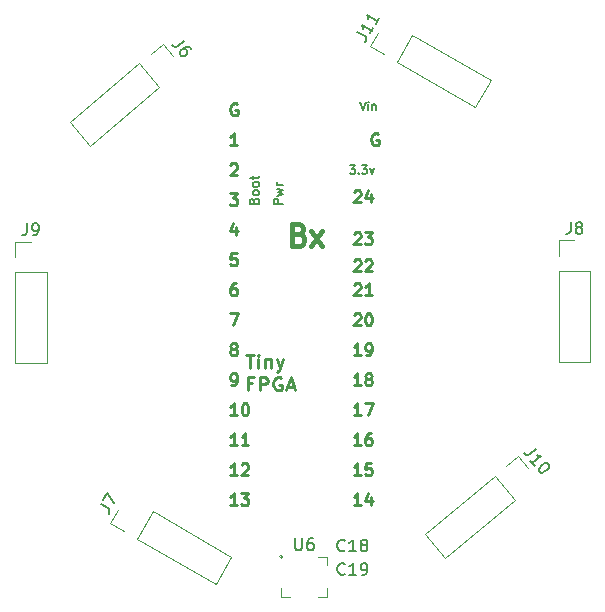
<source format=gbr>
G04 #@! TF.GenerationSoftware,KiCad,Pcbnew,5.1.0-060a0da~80~ubuntu18.04.1*
G04 #@! TF.CreationDate,2019-05-28T03:43:47+02:00*
G04 #@! TF.ProjectId,TinyFPGA-BX,54696e79-4650-4474-912d-42582e6b6963,rev?*
G04 #@! TF.SameCoordinates,Original*
G04 #@! TF.FileFunction,Legend,Top*
G04 #@! TF.FilePolarity,Positive*
%FSLAX46Y46*%
G04 Gerber Fmt 4.6, Leading zero omitted, Abs format (unit mm)*
G04 Created by KiCad (PCBNEW 5.1.0-060a0da~80~ubuntu18.04.1) date 2019-05-28 03:43:47*
%MOMM*%
%LPD*%
G04 APERTURE LIST*
%ADD10C,0.200000*%
%ADD11C,0.250000*%
%ADD12C,0.275000*%
%ADD13C,0.450000*%
%ADD14C,0.175000*%
%ADD15C,0.120000*%
%ADD16C,0.150000*%
G04 APERTURE END LIST*
D10*
X149586904Y-105788023D02*
X148786904Y-105788023D01*
X148786904Y-105483261D01*
X148825000Y-105407071D01*
X148863095Y-105368976D01*
X148939285Y-105330880D01*
X149053571Y-105330880D01*
X149129761Y-105368976D01*
X149167857Y-105407071D01*
X149205952Y-105483261D01*
X149205952Y-105788023D01*
X149053571Y-105064214D02*
X149586904Y-104911833D01*
X149205952Y-104759452D01*
X149586904Y-104607071D01*
X149053571Y-104454690D01*
X149586904Y-104149928D02*
X149053571Y-104149928D01*
X149205952Y-104149928D02*
X149129761Y-104111833D01*
X149091666Y-104073738D01*
X149053571Y-103997547D01*
X149053571Y-103921357D01*
X147135857Y-105521357D02*
X147173952Y-105407071D01*
X147212047Y-105368976D01*
X147288238Y-105330880D01*
X147402523Y-105330880D01*
X147478714Y-105368976D01*
X147516809Y-105407071D01*
X147554904Y-105483261D01*
X147554904Y-105788023D01*
X146754904Y-105788023D01*
X146754904Y-105521357D01*
X146793000Y-105445166D01*
X146831095Y-105407071D01*
X146907285Y-105368976D01*
X146983476Y-105368976D01*
X147059666Y-105407071D01*
X147097761Y-105445166D01*
X147135857Y-105521357D01*
X147135857Y-105788023D01*
X147554904Y-104873738D02*
X147516809Y-104949928D01*
X147478714Y-104988023D01*
X147402523Y-105026119D01*
X147173952Y-105026119D01*
X147097761Y-104988023D01*
X147059666Y-104949928D01*
X147021571Y-104873738D01*
X147021571Y-104759452D01*
X147059666Y-104683261D01*
X147097761Y-104645166D01*
X147173952Y-104607071D01*
X147402523Y-104607071D01*
X147478714Y-104645166D01*
X147516809Y-104683261D01*
X147554904Y-104759452D01*
X147554904Y-104873738D01*
X147554904Y-104149928D02*
X147516809Y-104226119D01*
X147478714Y-104264214D01*
X147402523Y-104302309D01*
X147173952Y-104302309D01*
X147097761Y-104264214D01*
X147059666Y-104226119D01*
X147021571Y-104149928D01*
X147021571Y-104035642D01*
X147059666Y-103959452D01*
X147097761Y-103921357D01*
X147173952Y-103883261D01*
X147402523Y-103883261D01*
X147478714Y-103921357D01*
X147516809Y-103959452D01*
X147554904Y-104035642D01*
X147554904Y-104149928D01*
X147021571Y-103654690D02*
X147021571Y-103349928D01*
X146754904Y-103540404D02*
X147440619Y-103540404D01*
X147516809Y-103502309D01*
X147554904Y-103426119D01*
X147554904Y-103349928D01*
D11*
X157642404Y-99830000D02*
X157547166Y-99782380D01*
X157404309Y-99782380D01*
X157261452Y-99830000D01*
X157166214Y-99925238D01*
X157118595Y-100020476D01*
X157070976Y-100210952D01*
X157070976Y-100353809D01*
X157118595Y-100544285D01*
X157166214Y-100639523D01*
X157261452Y-100734761D01*
X157404309Y-100782380D01*
X157499547Y-100782380D01*
X157642404Y-100734761D01*
X157690023Y-100687142D01*
X157690023Y-100353809D01*
X157499547Y-100353809D01*
D12*
X146419235Y-118500919D02*
X147104950Y-118500919D01*
X146762092Y-119600919D02*
X146762092Y-118500919D01*
X147504950Y-119600919D02*
X147504950Y-118867585D01*
X147504950Y-118500919D02*
X147447807Y-118553300D01*
X147504950Y-118605680D01*
X147562092Y-118553300D01*
X147504950Y-118500919D01*
X147504950Y-118605680D01*
X148076378Y-118867585D02*
X148076378Y-119600919D01*
X148076378Y-118972347D02*
X148133521Y-118919966D01*
X148247807Y-118867585D01*
X148419235Y-118867585D01*
X148533521Y-118919966D01*
X148590664Y-119024728D01*
X148590664Y-119600919D01*
X149047807Y-118867585D02*
X149333521Y-119600919D01*
X149619235Y-118867585D02*
X149333521Y-119600919D01*
X149219235Y-119862823D01*
X149162092Y-119915204D01*
X149047807Y-119967585D01*
X146990664Y-120949728D02*
X146590664Y-120949728D01*
X146590664Y-121525919D02*
X146590664Y-120425919D01*
X147162092Y-120425919D01*
X147619235Y-121525919D02*
X147619235Y-120425919D01*
X148076378Y-120425919D01*
X148190664Y-120478300D01*
X148247807Y-120530680D01*
X148304950Y-120635442D01*
X148304950Y-120792585D01*
X148247807Y-120897347D01*
X148190664Y-120949728D01*
X148076378Y-121002109D01*
X147619235Y-121002109D01*
X149447807Y-120478300D02*
X149333521Y-120425919D01*
X149162092Y-120425919D01*
X148990664Y-120478300D01*
X148876378Y-120583061D01*
X148819235Y-120687823D01*
X148762092Y-120897347D01*
X148762092Y-121054490D01*
X148819235Y-121264014D01*
X148876378Y-121368776D01*
X148990664Y-121473538D01*
X149162092Y-121525919D01*
X149276378Y-121525919D01*
X149447807Y-121473538D01*
X149504950Y-121421157D01*
X149504950Y-121054490D01*
X149276378Y-121054490D01*
X149962092Y-121211633D02*
X150533521Y-121211633D01*
X149847807Y-121525919D02*
X150247807Y-120425919D01*
X150647807Y-121525919D01*
D13*
X150927071Y-108329428D02*
X151184214Y-108415142D01*
X151269928Y-108500857D01*
X151355642Y-108672285D01*
X151355642Y-108929428D01*
X151269928Y-109100857D01*
X151184214Y-109186571D01*
X151012785Y-109272285D01*
X150327071Y-109272285D01*
X150327071Y-107472285D01*
X150927071Y-107472285D01*
X151098500Y-107558000D01*
X151184214Y-107643714D01*
X151269928Y-107815142D01*
X151269928Y-107986571D01*
X151184214Y-108158000D01*
X151098500Y-108243714D01*
X150927071Y-108329428D01*
X150327071Y-108329428D01*
X151955642Y-109272285D02*
X152898500Y-108072285D01*
X151955642Y-108072285D02*
X152898500Y-109272285D01*
D14*
X156116250Y-97080666D02*
X156349583Y-97780666D01*
X156582916Y-97080666D01*
X156816250Y-97780666D02*
X156816250Y-97314000D01*
X156816250Y-97080666D02*
X156782916Y-97114000D01*
X156816250Y-97147333D01*
X156849583Y-97114000D01*
X156816250Y-97080666D01*
X156816250Y-97147333D01*
X157149583Y-97314000D02*
X157149583Y-97780666D01*
X157149583Y-97380666D02*
X157182916Y-97347333D01*
X157249583Y-97314000D01*
X157349583Y-97314000D01*
X157416250Y-97347333D01*
X157449583Y-97414000D01*
X157449583Y-97780666D01*
X155266250Y-102486666D02*
X155699583Y-102486666D01*
X155466250Y-102753333D01*
X155566250Y-102753333D01*
X155632916Y-102786666D01*
X155666250Y-102820000D01*
X155699583Y-102886666D01*
X155699583Y-103053333D01*
X155666250Y-103120000D01*
X155632916Y-103153333D01*
X155566250Y-103186666D01*
X155366250Y-103186666D01*
X155299583Y-103153333D01*
X155266250Y-103120000D01*
X155999583Y-103120000D02*
X156032916Y-103153333D01*
X155999583Y-103186666D01*
X155966250Y-103153333D01*
X155999583Y-103120000D01*
X155999583Y-103186666D01*
X156266250Y-102486666D02*
X156699583Y-102486666D01*
X156466250Y-102753333D01*
X156566250Y-102753333D01*
X156632916Y-102786666D01*
X156666250Y-102820000D01*
X156699583Y-102886666D01*
X156699583Y-103053333D01*
X156666250Y-103120000D01*
X156632916Y-103153333D01*
X156566250Y-103186666D01*
X156366250Y-103186666D01*
X156299583Y-103153333D01*
X156266250Y-103120000D01*
X156932916Y-102720000D02*
X157099583Y-103186666D01*
X157266250Y-102720000D01*
D11*
X155603214Y-104703619D02*
X155650833Y-104656000D01*
X155746071Y-104608380D01*
X155984166Y-104608380D01*
X156079404Y-104656000D01*
X156127023Y-104703619D01*
X156174642Y-104798857D01*
X156174642Y-104894095D01*
X156127023Y-105036952D01*
X155555595Y-105608380D01*
X156174642Y-105608380D01*
X157031785Y-104941714D02*
X157031785Y-105608380D01*
X156793690Y-104560761D02*
X156555595Y-105275047D01*
X157174642Y-105275047D01*
X155603214Y-108259619D02*
X155650833Y-108212000D01*
X155746071Y-108164380D01*
X155984166Y-108164380D01*
X156079404Y-108212000D01*
X156127023Y-108259619D01*
X156174642Y-108354857D01*
X156174642Y-108450095D01*
X156127023Y-108592952D01*
X155555595Y-109164380D01*
X156174642Y-109164380D01*
X156507976Y-108164380D02*
X157127023Y-108164380D01*
X156793690Y-108545333D01*
X156936547Y-108545333D01*
X157031785Y-108592952D01*
X157079404Y-108640571D01*
X157127023Y-108735809D01*
X157127023Y-108973904D01*
X157079404Y-109069142D01*
X157031785Y-109116761D01*
X156936547Y-109164380D01*
X156650833Y-109164380D01*
X156555595Y-109116761D01*
X156507976Y-109069142D01*
X155603214Y-110545619D02*
X155650833Y-110498000D01*
X155746071Y-110450380D01*
X155984166Y-110450380D01*
X156079404Y-110498000D01*
X156127023Y-110545619D01*
X156174642Y-110640857D01*
X156174642Y-110736095D01*
X156127023Y-110878952D01*
X155555595Y-111450380D01*
X156174642Y-111450380D01*
X156555595Y-110545619D02*
X156603214Y-110498000D01*
X156698452Y-110450380D01*
X156936547Y-110450380D01*
X157031785Y-110498000D01*
X157079404Y-110545619D01*
X157127023Y-110640857D01*
X157127023Y-110736095D01*
X157079404Y-110878952D01*
X156507976Y-111450380D01*
X157127023Y-111450380D01*
X155603214Y-112577619D02*
X155650833Y-112530000D01*
X155746071Y-112482380D01*
X155984166Y-112482380D01*
X156079404Y-112530000D01*
X156127023Y-112577619D01*
X156174642Y-112672857D01*
X156174642Y-112768095D01*
X156127023Y-112910952D01*
X155555595Y-113482380D01*
X156174642Y-113482380D01*
X157127023Y-113482380D02*
X156555595Y-113482380D01*
X156841309Y-113482380D02*
X156841309Y-112482380D01*
X156746071Y-112625238D01*
X156650833Y-112720476D01*
X156555595Y-112768095D01*
X155603214Y-115117619D02*
X155650833Y-115070000D01*
X155746071Y-115022380D01*
X155984166Y-115022380D01*
X156079404Y-115070000D01*
X156127023Y-115117619D01*
X156174642Y-115212857D01*
X156174642Y-115308095D01*
X156127023Y-115450952D01*
X155555595Y-116022380D01*
X156174642Y-116022380D01*
X156793690Y-115022380D02*
X156888928Y-115022380D01*
X156984166Y-115070000D01*
X157031785Y-115117619D01*
X157079404Y-115212857D01*
X157127023Y-115403333D01*
X157127023Y-115641428D01*
X157079404Y-115831904D01*
X157031785Y-115927142D01*
X156984166Y-115974761D01*
X156888928Y-116022380D01*
X156793690Y-116022380D01*
X156698452Y-115974761D01*
X156650833Y-115927142D01*
X156603214Y-115831904D01*
X156555595Y-115641428D01*
X156555595Y-115403333D01*
X156603214Y-115212857D01*
X156650833Y-115117619D01*
X156698452Y-115070000D01*
X156793690Y-115022380D01*
X156174642Y-118562380D02*
X155603214Y-118562380D01*
X155888928Y-118562380D02*
X155888928Y-117562380D01*
X155793690Y-117705238D01*
X155698452Y-117800476D01*
X155603214Y-117848095D01*
X156650833Y-118562380D02*
X156841309Y-118562380D01*
X156936547Y-118514761D01*
X156984166Y-118467142D01*
X157079404Y-118324285D01*
X157127023Y-118133809D01*
X157127023Y-117752857D01*
X157079404Y-117657619D01*
X157031785Y-117610000D01*
X156936547Y-117562380D01*
X156746071Y-117562380D01*
X156650833Y-117610000D01*
X156603214Y-117657619D01*
X156555595Y-117752857D01*
X156555595Y-117990952D01*
X156603214Y-118086190D01*
X156650833Y-118133809D01*
X156746071Y-118181428D01*
X156936547Y-118181428D01*
X157031785Y-118133809D01*
X157079404Y-118086190D01*
X157127023Y-117990952D01*
X156174642Y-121102380D02*
X155603214Y-121102380D01*
X155888928Y-121102380D02*
X155888928Y-120102380D01*
X155793690Y-120245238D01*
X155698452Y-120340476D01*
X155603214Y-120388095D01*
X156746071Y-120530952D02*
X156650833Y-120483333D01*
X156603214Y-120435714D01*
X156555595Y-120340476D01*
X156555595Y-120292857D01*
X156603214Y-120197619D01*
X156650833Y-120150000D01*
X156746071Y-120102380D01*
X156936547Y-120102380D01*
X157031785Y-120150000D01*
X157079404Y-120197619D01*
X157127023Y-120292857D01*
X157127023Y-120340476D01*
X157079404Y-120435714D01*
X157031785Y-120483333D01*
X156936547Y-120530952D01*
X156746071Y-120530952D01*
X156650833Y-120578571D01*
X156603214Y-120626190D01*
X156555595Y-120721428D01*
X156555595Y-120911904D01*
X156603214Y-121007142D01*
X156650833Y-121054761D01*
X156746071Y-121102380D01*
X156936547Y-121102380D01*
X157031785Y-121054761D01*
X157079404Y-121007142D01*
X157127023Y-120911904D01*
X157127023Y-120721428D01*
X157079404Y-120626190D01*
X157031785Y-120578571D01*
X156936547Y-120530952D01*
X156174642Y-123642380D02*
X155603214Y-123642380D01*
X155888928Y-123642380D02*
X155888928Y-122642380D01*
X155793690Y-122785238D01*
X155698452Y-122880476D01*
X155603214Y-122928095D01*
X156507976Y-122642380D02*
X157174642Y-122642380D01*
X156746071Y-123642380D01*
X156174642Y-126182380D02*
X155603214Y-126182380D01*
X155888928Y-126182380D02*
X155888928Y-125182380D01*
X155793690Y-125325238D01*
X155698452Y-125420476D01*
X155603214Y-125468095D01*
X157031785Y-125182380D02*
X156841309Y-125182380D01*
X156746071Y-125230000D01*
X156698452Y-125277619D01*
X156603214Y-125420476D01*
X156555595Y-125610952D01*
X156555595Y-125991904D01*
X156603214Y-126087142D01*
X156650833Y-126134761D01*
X156746071Y-126182380D01*
X156936547Y-126182380D01*
X157031785Y-126134761D01*
X157079404Y-126087142D01*
X157127023Y-125991904D01*
X157127023Y-125753809D01*
X157079404Y-125658571D01*
X157031785Y-125610952D01*
X156936547Y-125563333D01*
X156746071Y-125563333D01*
X156650833Y-125610952D01*
X156603214Y-125658571D01*
X156555595Y-125753809D01*
X156174642Y-128722380D02*
X155603214Y-128722380D01*
X155888928Y-128722380D02*
X155888928Y-127722380D01*
X155793690Y-127865238D01*
X155698452Y-127960476D01*
X155603214Y-128008095D01*
X157079404Y-127722380D02*
X156603214Y-127722380D01*
X156555595Y-128198571D01*
X156603214Y-128150952D01*
X156698452Y-128103333D01*
X156936547Y-128103333D01*
X157031785Y-128150952D01*
X157079404Y-128198571D01*
X157127023Y-128293809D01*
X157127023Y-128531904D01*
X157079404Y-128627142D01*
X157031785Y-128674761D01*
X156936547Y-128722380D01*
X156698452Y-128722380D01*
X156603214Y-128674761D01*
X156555595Y-128627142D01*
X156174642Y-131262380D02*
X155603214Y-131262380D01*
X155888928Y-131262380D02*
X155888928Y-130262380D01*
X155793690Y-130405238D01*
X155698452Y-130500476D01*
X155603214Y-130548095D01*
X157031785Y-130595714D02*
X157031785Y-131262380D01*
X156793690Y-130214761D02*
X156555595Y-130929047D01*
X157174642Y-130929047D01*
X145704404Y-131262380D02*
X145132976Y-131262380D01*
X145418690Y-131262380D02*
X145418690Y-130262380D01*
X145323452Y-130405238D01*
X145228214Y-130500476D01*
X145132976Y-130548095D01*
X146037738Y-130262380D02*
X146656785Y-130262380D01*
X146323452Y-130643333D01*
X146466309Y-130643333D01*
X146561547Y-130690952D01*
X146609166Y-130738571D01*
X146656785Y-130833809D01*
X146656785Y-131071904D01*
X146609166Y-131167142D01*
X146561547Y-131214761D01*
X146466309Y-131262380D01*
X146180595Y-131262380D01*
X146085357Y-131214761D01*
X146037738Y-131167142D01*
X145704404Y-128722380D02*
X145132976Y-128722380D01*
X145418690Y-128722380D02*
X145418690Y-127722380D01*
X145323452Y-127865238D01*
X145228214Y-127960476D01*
X145132976Y-128008095D01*
X146085357Y-127817619D02*
X146132976Y-127770000D01*
X146228214Y-127722380D01*
X146466309Y-127722380D01*
X146561547Y-127770000D01*
X146609166Y-127817619D01*
X146656785Y-127912857D01*
X146656785Y-128008095D01*
X146609166Y-128150952D01*
X146037738Y-128722380D01*
X146656785Y-128722380D01*
X145704404Y-126182380D02*
X145132976Y-126182380D01*
X145418690Y-126182380D02*
X145418690Y-125182380D01*
X145323452Y-125325238D01*
X145228214Y-125420476D01*
X145132976Y-125468095D01*
X146656785Y-126182380D02*
X146085357Y-126182380D01*
X146371071Y-126182380D02*
X146371071Y-125182380D01*
X146275833Y-125325238D01*
X146180595Y-125420476D01*
X146085357Y-125468095D01*
X145704404Y-123642380D02*
X145132976Y-123642380D01*
X145418690Y-123642380D02*
X145418690Y-122642380D01*
X145323452Y-122785238D01*
X145228214Y-122880476D01*
X145132976Y-122928095D01*
X146323452Y-122642380D02*
X146418690Y-122642380D01*
X146513928Y-122690000D01*
X146561547Y-122737619D01*
X146609166Y-122832857D01*
X146656785Y-123023333D01*
X146656785Y-123261428D01*
X146609166Y-123451904D01*
X146561547Y-123547142D01*
X146513928Y-123594761D01*
X146418690Y-123642380D01*
X146323452Y-123642380D01*
X146228214Y-123594761D01*
X146180595Y-123547142D01*
X146132976Y-123451904D01*
X146085357Y-123261428D01*
X146085357Y-123023333D01*
X146132976Y-122832857D01*
X146180595Y-122737619D01*
X146228214Y-122690000D01*
X146323452Y-122642380D01*
X145228214Y-121102380D02*
X145418690Y-121102380D01*
X145513928Y-121054761D01*
X145561547Y-121007142D01*
X145656785Y-120864285D01*
X145704404Y-120673809D01*
X145704404Y-120292857D01*
X145656785Y-120197619D01*
X145609166Y-120150000D01*
X145513928Y-120102380D01*
X145323452Y-120102380D01*
X145228214Y-120150000D01*
X145180595Y-120197619D01*
X145132976Y-120292857D01*
X145132976Y-120530952D01*
X145180595Y-120626190D01*
X145228214Y-120673809D01*
X145323452Y-120721428D01*
X145513928Y-120721428D01*
X145609166Y-120673809D01*
X145656785Y-120626190D01*
X145704404Y-120530952D01*
X145323452Y-117990952D02*
X145228214Y-117943333D01*
X145180595Y-117895714D01*
X145132976Y-117800476D01*
X145132976Y-117752857D01*
X145180595Y-117657619D01*
X145228214Y-117610000D01*
X145323452Y-117562380D01*
X145513928Y-117562380D01*
X145609166Y-117610000D01*
X145656785Y-117657619D01*
X145704404Y-117752857D01*
X145704404Y-117800476D01*
X145656785Y-117895714D01*
X145609166Y-117943333D01*
X145513928Y-117990952D01*
X145323452Y-117990952D01*
X145228214Y-118038571D01*
X145180595Y-118086190D01*
X145132976Y-118181428D01*
X145132976Y-118371904D01*
X145180595Y-118467142D01*
X145228214Y-118514761D01*
X145323452Y-118562380D01*
X145513928Y-118562380D01*
X145609166Y-118514761D01*
X145656785Y-118467142D01*
X145704404Y-118371904D01*
X145704404Y-118181428D01*
X145656785Y-118086190D01*
X145609166Y-118038571D01*
X145513928Y-117990952D01*
X145085357Y-115022380D02*
X145752023Y-115022380D01*
X145323452Y-116022380D01*
X145609166Y-112482380D02*
X145418690Y-112482380D01*
X145323452Y-112530000D01*
X145275833Y-112577619D01*
X145180595Y-112720476D01*
X145132976Y-112910952D01*
X145132976Y-113291904D01*
X145180595Y-113387142D01*
X145228214Y-113434761D01*
X145323452Y-113482380D01*
X145513928Y-113482380D01*
X145609166Y-113434761D01*
X145656785Y-113387142D01*
X145704404Y-113291904D01*
X145704404Y-113053809D01*
X145656785Y-112958571D01*
X145609166Y-112910952D01*
X145513928Y-112863333D01*
X145323452Y-112863333D01*
X145228214Y-112910952D01*
X145180595Y-112958571D01*
X145132976Y-113053809D01*
X145656785Y-109942380D02*
X145180595Y-109942380D01*
X145132976Y-110418571D01*
X145180595Y-110370952D01*
X145275833Y-110323333D01*
X145513928Y-110323333D01*
X145609166Y-110370952D01*
X145656785Y-110418571D01*
X145704404Y-110513809D01*
X145704404Y-110751904D01*
X145656785Y-110847142D01*
X145609166Y-110894761D01*
X145513928Y-110942380D01*
X145275833Y-110942380D01*
X145180595Y-110894761D01*
X145132976Y-110847142D01*
X145609166Y-107735714D02*
X145609166Y-108402380D01*
X145371071Y-107354761D02*
X145132976Y-108069047D01*
X145752023Y-108069047D01*
X145085357Y-104862380D02*
X145704404Y-104862380D01*
X145371071Y-105243333D01*
X145513928Y-105243333D01*
X145609166Y-105290952D01*
X145656785Y-105338571D01*
X145704404Y-105433809D01*
X145704404Y-105671904D01*
X145656785Y-105767142D01*
X145609166Y-105814761D01*
X145513928Y-105862380D01*
X145228214Y-105862380D01*
X145132976Y-105814761D01*
X145085357Y-105767142D01*
X145132976Y-102417619D02*
X145180595Y-102370000D01*
X145275833Y-102322380D01*
X145513928Y-102322380D01*
X145609166Y-102370000D01*
X145656785Y-102417619D01*
X145704404Y-102512857D01*
X145704404Y-102608095D01*
X145656785Y-102750952D01*
X145085357Y-103322380D01*
X145704404Y-103322380D01*
X145704404Y-100782380D02*
X145132976Y-100782380D01*
X145418690Y-100782380D02*
X145418690Y-99782380D01*
X145323452Y-99925238D01*
X145228214Y-100020476D01*
X145132976Y-100068095D01*
X145704404Y-97290000D02*
X145609166Y-97242380D01*
X145466309Y-97242380D01*
X145323452Y-97290000D01*
X145228214Y-97385238D01*
X145180595Y-97480476D01*
X145132976Y-97670952D01*
X145132976Y-97813809D01*
X145180595Y-98004285D01*
X145228214Y-98099523D01*
X145323452Y-98194761D01*
X145466309Y-98242380D01*
X145561547Y-98242380D01*
X145704404Y-98194761D01*
X145752023Y-98147142D01*
X145752023Y-97813809D01*
X145561547Y-97813809D01*
D15*
X139403932Y-92180253D02*
X140258839Y-93199092D01*
X138385092Y-93035161D02*
X139403932Y-92180253D01*
X137412216Y-93851501D02*
X139122031Y-95889179D01*
X139122031Y-95889179D02*
X133238810Y-100825788D01*
X137412216Y-93851501D02*
X131528995Y-98788110D01*
X131528995Y-98788110D02*
X133238810Y-100825788D01*
X134984072Y-132780814D02*
X135649072Y-131629000D01*
X136135886Y-133445814D02*
X134984072Y-132780814D01*
X137235738Y-134080814D02*
X138565738Y-131777186D01*
X138565738Y-131777186D02*
X145216813Y-135617186D01*
X137235738Y-134080814D02*
X143886813Y-137920814D01*
X143886813Y-137920814D02*
X145216813Y-135617186D01*
X172940000Y-119114000D02*
X175600000Y-119114000D01*
X172940000Y-111434000D02*
X172940000Y-119114000D01*
X175600000Y-111434000D02*
X175600000Y-119114000D01*
X172940000Y-111434000D02*
X175600000Y-111434000D01*
X172940000Y-110164000D02*
X172940000Y-108834000D01*
X172940000Y-108834000D02*
X174270000Y-108834000D01*
X126910000Y-108954000D02*
X128240000Y-108954000D01*
X126910000Y-110284000D02*
X126910000Y-108954000D01*
X126910000Y-111554000D02*
X129570000Y-111554000D01*
X129570000Y-111554000D02*
X129570000Y-119234000D01*
X126910000Y-111554000D02*
X126910000Y-119234000D01*
X126910000Y-119234000D02*
X129570000Y-119234000D01*
X169493932Y-127100253D02*
X170348839Y-128119092D01*
X168475092Y-127955161D02*
X169493932Y-127100253D01*
X167502216Y-128771501D02*
X169212031Y-130809179D01*
X169212031Y-130809179D02*
X163328810Y-135745788D01*
X167502216Y-128771501D02*
X161618995Y-133708110D01*
X161618995Y-133708110D02*
X163328810Y-135745788D01*
X165865927Y-97550814D02*
X167195927Y-95247186D01*
X159214852Y-93710814D02*
X165865927Y-97550814D01*
X160544852Y-91407186D02*
X167195927Y-95247186D01*
X159214852Y-93710814D02*
X160544852Y-91407186D01*
X158115000Y-93075814D02*
X156963186Y-92410814D01*
X156963186Y-92410814D02*
X157628186Y-91259000D01*
X149500001Y-135604001D02*
G75*
G03X149500001Y-135604001I-60000J0D01*
G01*
X149590001Y-135604001D02*
G75*
G03X149590001Y-135604001I-150000J0D01*
G01*
X149440001Y-139004001D02*
X149440001Y-138304001D01*
X153340001Y-139004001D02*
X152590001Y-139004001D01*
X153340001Y-135604001D02*
X153340001Y-136304001D01*
X152590001Y-135604001D02*
X153340001Y-135604001D01*
X153340001Y-138304001D02*
X153340001Y-139004001D01*
X150190001Y-139004001D02*
X149440001Y-139004001D01*
D16*
X141230121Y-91948954D02*
X140682947Y-92408088D01*
X140542903Y-92463436D01*
X140408729Y-92451697D01*
X140280423Y-92372871D01*
X140219206Y-92299915D01*
X141811691Y-92642041D02*
X141689255Y-92496128D01*
X141591559Y-92453781D01*
X141524472Y-92447911D01*
X141353819Y-92466781D01*
X141177297Y-92552739D01*
X140885471Y-92797610D01*
X140843123Y-92895306D01*
X140837254Y-92962394D01*
X140861993Y-93065959D01*
X140984429Y-93211872D01*
X141082125Y-93254220D01*
X141149212Y-93260089D01*
X141252778Y-93235350D01*
X141435169Y-93082305D01*
X141477517Y-92984609D01*
X141483386Y-92917522D01*
X141458647Y-92813956D01*
X141336211Y-92668043D01*
X141238515Y-92625695D01*
X141171428Y-92619826D01*
X141067862Y-92644566D01*
X134142128Y-131143865D02*
X134760717Y-131501008D01*
X134860626Y-131613676D01*
X134895485Y-131743774D01*
X134865296Y-131891301D01*
X134817677Y-131973780D01*
X134332604Y-130813951D02*
X134665937Y-130236600D01*
X135317677Y-131107754D01*
X173936666Y-107286380D02*
X173936666Y-108000666D01*
X173889047Y-108143523D01*
X173793809Y-108238761D01*
X173650952Y-108286380D01*
X173555714Y-108286380D01*
X174555714Y-107714952D02*
X174460476Y-107667333D01*
X174412857Y-107619714D01*
X174365238Y-107524476D01*
X174365238Y-107476857D01*
X174412857Y-107381619D01*
X174460476Y-107334000D01*
X174555714Y-107286380D01*
X174746190Y-107286380D01*
X174841428Y-107334000D01*
X174889047Y-107381619D01*
X174936666Y-107476857D01*
X174936666Y-107524476D01*
X174889047Y-107619714D01*
X174841428Y-107667333D01*
X174746190Y-107714952D01*
X174555714Y-107714952D01*
X174460476Y-107762571D01*
X174412857Y-107810190D01*
X174365238Y-107905428D01*
X174365238Y-108095904D01*
X174412857Y-108191142D01*
X174460476Y-108238761D01*
X174555714Y-108286380D01*
X174746190Y-108286380D01*
X174841428Y-108238761D01*
X174889047Y-108191142D01*
X174936666Y-108095904D01*
X174936666Y-107905428D01*
X174889047Y-107810190D01*
X174841428Y-107762571D01*
X174746190Y-107714952D01*
X127906666Y-107406380D02*
X127906666Y-108120666D01*
X127859047Y-108263523D01*
X127763809Y-108358761D01*
X127620952Y-108406380D01*
X127525714Y-108406380D01*
X128430476Y-108406380D02*
X128620952Y-108406380D01*
X128716190Y-108358761D01*
X128763809Y-108311142D01*
X128859047Y-108168285D01*
X128906666Y-107977809D01*
X128906666Y-107596857D01*
X128859047Y-107501619D01*
X128811428Y-107454000D01*
X128716190Y-107406380D01*
X128525714Y-107406380D01*
X128430476Y-107454000D01*
X128382857Y-107501619D01*
X128335238Y-107596857D01*
X128335238Y-107834952D01*
X128382857Y-107930190D01*
X128430476Y-107977809D01*
X128525714Y-108025428D01*
X128716190Y-108025428D01*
X128811428Y-107977809D01*
X128859047Y-107930190D01*
X128906666Y-107834952D01*
X171014032Y-126504171D02*
X170466858Y-126963305D01*
X170326814Y-127018653D01*
X170192639Y-127006914D01*
X170064334Y-126928088D01*
X170003116Y-126855132D01*
X170890775Y-127913003D02*
X170523468Y-127475263D01*
X170707122Y-127694133D02*
X171473166Y-127051345D01*
X171302513Y-127070215D01*
X171168339Y-127058477D01*
X171070643Y-127016129D01*
X172054736Y-127744433D02*
X172115954Y-127817390D01*
X172140693Y-127920955D01*
X172134824Y-127988042D01*
X172092476Y-128085739D01*
X171977172Y-128244653D01*
X171794780Y-128397697D01*
X171618258Y-128483655D01*
X171514693Y-128508394D01*
X171447606Y-128502525D01*
X171349909Y-128460177D01*
X171288691Y-128387221D01*
X171263952Y-128283655D01*
X171269821Y-128216568D01*
X171312169Y-128118872D01*
X171427473Y-127959958D01*
X171609865Y-127806913D01*
X171786387Y-127720955D01*
X171889952Y-127696216D01*
X171957040Y-127702085D01*
X172054736Y-127744433D01*
X155883147Y-91186258D02*
X156501736Y-91543401D01*
X156601645Y-91656069D01*
X156636504Y-91786167D01*
X156606315Y-91933694D01*
X156558696Y-92016173D01*
X157249172Y-90820233D02*
X156963458Y-91315104D01*
X157106315Y-91067669D02*
X156240289Y-90567669D01*
X156316388Y-90721576D01*
X156351248Y-90851673D01*
X156344868Y-90957962D01*
X157725362Y-89995447D02*
X157439648Y-90490318D01*
X157582505Y-90242882D02*
X156716480Y-89742882D01*
X156792579Y-89896790D01*
X156827438Y-90026887D01*
X156821059Y-90133175D01*
X154822143Y-135076143D02*
X154774524Y-135123762D01*
X154631667Y-135171381D01*
X154536429Y-135171381D01*
X154393572Y-135123762D01*
X154298334Y-135028524D01*
X154250715Y-134933286D01*
X154203096Y-134742810D01*
X154203096Y-134599953D01*
X154250715Y-134409477D01*
X154298334Y-134314239D01*
X154393572Y-134219001D01*
X154536429Y-134171381D01*
X154631667Y-134171381D01*
X154774524Y-134219001D01*
X154822143Y-134266620D01*
X155774524Y-135171381D02*
X155203096Y-135171381D01*
X155488810Y-135171381D02*
X155488810Y-134171381D01*
X155393572Y-134314239D01*
X155298334Y-134409477D01*
X155203096Y-134457096D01*
X156345953Y-134599953D02*
X156250715Y-134552334D01*
X156203096Y-134504715D01*
X156155477Y-134409477D01*
X156155477Y-134361858D01*
X156203096Y-134266620D01*
X156250715Y-134219001D01*
X156345953Y-134171381D01*
X156536429Y-134171381D01*
X156631667Y-134219001D01*
X156679286Y-134266620D01*
X156726905Y-134361858D01*
X156726905Y-134409477D01*
X156679286Y-134504715D01*
X156631667Y-134552334D01*
X156536429Y-134599953D01*
X156345953Y-134599953D01*
X156250715Y-134647572D01*
X156203096Y-134695191D01*
X156155477Y-134790429D01*
X156155477Y-134980905D01*
X156203096Y-135076143D01*
X156250715Y-135123762D01*
X156345953Y-135171381D01*
X156536429Y-135171381D01*
X156631667Y-135123762D01*
X156679286Y-135076143D01*
X156726905Y-134980905D01*
X156726905Y-134790429D01*
X156679286Y-134695191D01*
X156631667Y-134647572D01*
X156536429Y-134599953D01*
X154822143Y-137066143D02*
X154774524Y-137113762D01*
X154631667Y-137161381D01*
X154536429Y-137161381D01*
X154393572Y-137113762D01*
X154298334Y-137018524D01*
X154250715Y-136923286D01*
X154203096Y-136732810D01*
X154203096Y-136589953D01*
X154250715Y-136399477D01*
X154298334Y-136304239D01*
X154393572Y-136209001D01*
X154536429Y-136161381D01*
X154631667Y-136161381D01*
X154774524Y-136209001D01*
X154822143Y-136256620D01*
X155774524Y-137161381D02*
X155203096Y-137161381D01*
X155488810Y-137161381D02*
X155488810Y-136161381D01*
X155393572Y-136304239D01*
X155298334Y-136399477D01*
X155203096Y-136447096D01*
X156250715Y-137161381D02*
X156441191Y-137161381D01*
X156536429Y-137113762D01*
X156584048Y-137066143D01*
X156679286Y-136923286D01*
X156726905Y-136732810D01*
X156726905Y-136351858D01*
X156679286Y-136256620D01*
X156631667Y-136209001D01*
X156536429Y-136161381D01*
X156345953Y-136161381D01*
X156250715Y-136209001D01*
X156203096Y-136256620D01*
X156155477Y-136351858D01*
X156155477Y-136589953D01*
X156203096Y-136685191D01*
X156250715Y-136732810D01*
X156345953Y-136780429D01*
X156536429Y-136780429D01*
X156631667Y-136732810D01*
X156679286Y-136685191D01*
X156726905Y-136589953D01*
X150628096Y-134056381D02*
X150628096Y-134865905D01*
X150675715Y-134961143D01*
X150723334Y-135008762D01*
X150818572Y-135056381D01*
X151009048Y-135056381D01*
X151104286Y-135008762D01*
X151151905Y-134961143D01*
X151199524Y-134865905D01*
X151199524Y-134056381D01*
X152104286Y-134056381D02*
X151913810Y-134056381D01*
X151818572Y-134104001D01*
X151770953Y-134151620D01*
X151675715Y-134294477D01*
X151628096Y-134484953D01*
X151628096Y-134865905D01*
X151675715Y-134961143D01*
X151723334Y-135008762D01*
X151818572Y-135056381D01*
X152009048Y-135056381D01*
X152104286Y-135008762D01*
X152151905Y-134961143D01*
X152199524Y-134865905D01*
X152199524Y-134627810D01*
X152151905Y-134532572D01*
X152104286Y-134484953D01*
X152009048Y-134437334D01*
X151818572Y-134437334D01*
X151723334Y-134484953D01*
X151675715Y-134532572D01*
X151628096Y-134627810D01*
M02*

</source>
